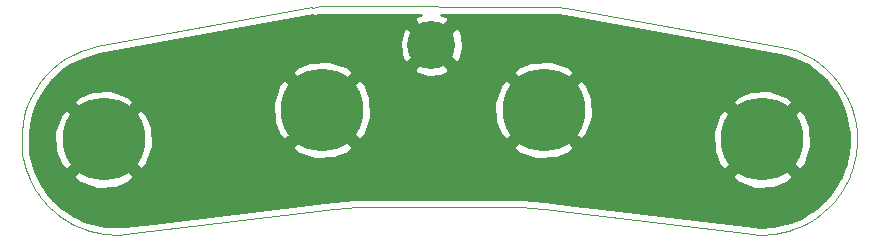
<source format=gtl>
G04 (created by PCBNEW (2013-07-07 BZR 4022)-stable) date 17/04/2014 10:18:20*
%MOIN*%
G04 Gerber Fmt 3.4, Leading zero omitted, Abs format*
%FSLAX34Y34*%
G01*
G70*
G90*
G04 APERTURE LIST*
%ADD10C,0.00590551*%
%ADD11C,0.00393701*%
%ADD12C,0.275591*%
%ADD13C,0.16*%
%ADD14C,0.01*%
G04 APERTURE END LIST*
G54D10*
G54D11*
X8421Y-2259D02*
X13940Y-2263D01*
X7234Y4429D02*
X6944Y4393D01*
X15118Y4419D02*
X7234Y4429D01*
X6943Y4394D02*
X-221Y3095D01*
X-221Y3095D02*
X-536Y3016D01*
X-536Y3016D02*
X-772Y2937D01*
X-772Y2937D02*
X-1008Y2819D01*
X-1008Y2819D02*
X-1245Y2701D01*
X-1245Y2701D02*
X-1481Y2544D01*
X-1481Y2544D02*
X-1717Y2347D01*
X-1717Y2347D02*
X-1914Y2150D01*
X-1914Y2150D02*
X-2111Y1914D01*
X-2111Y1914D02*
X-2268Y1678D01*
X-2268Y1678D02*
X-2426Y1402D01*
X-2426Y1402D02*
X-2583Y1048D01*
X-2583Y1048D02*
X-2662Y772D01*
X-2662Y772D02*
X-2701Y536D01*
X-2701Y536D02*
X-2741Y260D01*
X-2741Y260D02*
X-2741Y-211D01*
X-2741Y-211D02*
X-2731Y-388D01*
X-2731Y-388D02*
X-2711Y-516D01*
X-2711Y-516D02*
X-2691Y-634D01*
X-2691Y-634D02*
X-2662Y-772D01*
X-2662Y-772D02*
X-2632Y-880D01*
X-2632Y-880D02*
X-2583Y-1038D01*
X-2583Y-1038D02*
X-2534Y-1166D01*
X-2534Y-1166D02*
X-2504Y-1235D01*
X-2504Y-1235D02*
X-2445Y-1373D01*
X-2445Y-1373D02*
X-2367Y-1520D01*
X-2367Y-1520D02*
X-2317Y-1609D01*
X-2317Y-1609D02*
X-2258Y-1707D01*
X-2258Y-1707D02*
X-2189Y-1806D01*
X-2189Y-1806D02*
X-2150Y-1865D01*
X-2150Y-1865D02*
X-2091Y-1943D01*
X-2091Y-1943D02*
X-2002Y-2062D01*
X-2002Y-2062D02*
X-1875Y-2199D01*
X-1875Y-2199D02*
X-1776Y-2298D01*
X-1776Y-2298D02*
X-1668Y-2396D01*
X-1668Y-2396D02*
X-1560Y-2495D01*
X-1560Y-2495D02*
X-1392Y-2613D01*
X-1392Y-2613D02*
X-1274Y-2691D01*
X-1274Y-2691D02*
X-1126Y-2780D01*
X-1126Y-2780D02*
X-989Y-2849D01*
X-989Y-2849D02*
X-812Y-2928D01*
X-812Y-2928D02*
X-634Y-2997D01*
X-634Y-2997D02*
X-477Y-3046D01*
X-477Y-3046D02*
X-290Y-3095D01*
X-290Y-3095D02*
X-142Y-3125D01*
X-142Y-3125D02*
X-4Y-3144D01*
X-4Y-3144D02*
X162Y-3164D01*
X162Y-3164D02*
X329Y-3174D01*
X329Y-3174D02*
X536Y-3174D01*
X536Y-3174D02*
X703Y-3164D01*
X703Y-3164D02*
X7682Y-2327D01*
X7682Y-2327D02*
X8075Y-2278D01*
X8075Y-2278D02*
X8420Y-2258D01*
X15423Y4389D02*
X15118Y4419D01*
X14281Y-2283D02*
X13937Y-2263D01*
X14675Y-2332D02*
X14281Y-2283D01*
X21653Y-3169D02*
X14675Y-2332D01*
X21820Y-3179D02*
X21653Y-3169D01*
X22027Y-3179D02*
X21820Y-3179D01*
X22194Y-3169D02*
X22027Y-3179D01*
X22362Y-3149D02*
X22194Y-3169D01*
X22500Y-3129D02*
X22362Y-3149D01*
X22647Y-3100D02*
X22500Y-3129D01*
X22834Y-3051D02*
X22647Y-3100D01*
X22992Y-3001D02*
X22834Y-3051D01*
X23169Y-2933D02*
X22992Y-3001D01*
X23346Y-2854D02*
X23169Y-2933D01*
X23484Y-2785D02*
X23346Y-2854D01*
X23631Y-2696D02*
X23484Y-2785D01*
X23750Y-2618D02*
X23631Y-2696D01*
X23917Y-2500D02*
X23750Y-2618D01*
X24025Y-2401D02*
X23917Y-2500D01*
X24133Y-2303D02*
X24025Y-2401D01*
X24232Y-2204D02*
X24133Y-2303D01*
X24360Y-2066D02*
X24232Y-2204D01*
X24448Y-1948D02*
X24360Y-2066D01*
X24507Y-1870D02*
X24448Y-1948D01*
X24547Y-1811D02*
X24507Y-1870D01*
X24616Y-1712D02*
X24547Y-1811D01*
X24675Y-1614D02*
X24616Y-1712D01*
X24724Y-1525D02*
X24675Y-1614D01*
X24803Y-1377D02*
X24724Y-1525D01*
X24862Y-1240D02*
X24803Y-1377D01*
X24891Y-1171D02*
X24862Y-1240D01*
X24940Y-1043D02*
X24891Y-1171D01*
X24990Y-885D02*
X24940Y-1043D01*
X25019Y-777D02*
X24990Y-885D01*
X25049Y-639D02*
X25019Y-777D01*
X25068Y-521D02*
X25049Y-639D01*
X25088Y-393D02*
X25068Y-521D01*
X25098Y-216D02*
X25088Y-393D01*
X25098Y255D02*
X25098Y-216D01*
X25059Y531D02*
X25098Y255D01*
X25019Y767D02*
X25059Y531D01*
X24940Y1043D02*
X25019Y767D01*
X24783Y1397D02*
X24940Y1043D01*
X24625Y1673D02*
X24783Y1397D01*
X24468Y1909D02*
X24625Y1673D01*
X24271Y2145D02*
X24468Y1909D01*
X24074Y2342D02*
X24271Y2145D01*
X23838Y2539D02*
X24074Y2342D01*
X23602Y2696D02*
X23838Y2539D01*
X23366Y2814D02*
X23602Y2696D01*
X23129Y2933D02*
X23366Y2814D01*
X22893Y3011D02*
X23129Y2933D01*
X22578Y3090D02*
X22893Y3011D01*
X15413Y4389D02*
X22578Y3090D01*
G54D12*
X7283Y984D03*
X0Y0D03*
X14665Y984D03*
X21948Y0D03*
G54D13*
X10925Y3149D03*
G54D10*
G36*
X24828Y-210D02*
X24820Y-364D01*
X24802Y-480D01*
X24802Y-481D01*
X24784Y-589D01*
X24757Y-715D01*
X24730Y-813D01*
X24686Y-953D01*
X24641Y-1069D01*
X24614Y-1133D01*
X24614Y-1133D01*
X24559Y-1261D01*
X24486Y-1398D01*
X24486Y-1398D01*
X24440Y-1481D01*
X24389Y-1565D01*
X24326Y-1656D01*
X24325Y-1659D01*
X24322Y-1661D01*
X24287Y-1714D01*
X24233Y-1786D01*
X24232Y-1787D01*
X24152Y-1894D01*
X24038Y-2017D01*
X23948Y-2106D01*
X23844Y-2201D01*
X23844Y-2202D01*
X23747Y-2289D01*
X23598Y-2395D01*
X23591Y-2399D01*
X23591Y-240D01*
X23558Y406D01*
X23374Y850D01*
X23179Y1018D01*
X22967Y806D01*
X22967Y1230D01*
X22799Y1425D01*
X22188Y1642D01*
X21542Y1609D01*
X21098Y1425D01*
X20930Y1230D01*
X21948Y212D01*
X22967Y1230D01*
X22967Y806D01*
X22160Y0D01*
X23179Y-1018D01*
X23374Y-850D01*
X23591Y-240D01*
X23591Y-2399D01*
X23489Y-2467D01*
X23355Y-2548D01*
X23233Y-2609D01*
X23068Y-2682D01*
X22967Y-2722D01*
X22967Y-1230D01*
X21948Y-212D01*
X21736Y-424D01*
X21736Y0D01*
X20718Y1018D01*
X20523Y850D01*
X20306Y240D01*
X20339Y-406D01*
X20523Y-850D01*
X20718Y-1018D01*
X21736Y0D01*
X21736Y-424D01*
X20930Y-1230D01*
X21098Y-1425D01*
X21708Y-1642D01*
X22355Y-1609D01*
X22799Y-1425D01*
X22967Y-1230D01*
X22967Y-2722D01*
X22904Y-2746D01*
X22757Y-2792D01*
X22586Y-2837D01*
X22453Y-2864D01*
X22326Y-2882D01*
X22172Y-2900D01*
X22019Y-2909D01*
X21827Y-2909D01*
X21700Y-2901D01*
X21686Y-2897D01*
X16307Y-2255D01*
X16307Y744D01*
X16274Y1391D01*
X16090Y1834D01*
X15895Y2002D01*
X15683Y1790D01*
X15683Y2214D01*
X15515Y2409D01*
X14905Y2626D01*
X14258Y2593D01*
X13815Y2409D01*
X13646Y2214D01*
X14665Y1196D01*
X15683Y2214D01*
X15683Y1790D01*
X14877Y984D01*
X15895Y-34D01*
X16090Y133D01*
X16307Y744D01*
X16307Y-2255D01*
X15683Y-2181D01*
X15683Y-246D01*
X14665Y772D01*
X14453Y559D01*
X14453Y984D01*
X13434Y2002D01*
X13239Y1834D01*
X13022Y1224D01*
X13056Y577D01*
X13239Y133D01*
X13434Y-34D01*
X14453Y984D01*
X14453Y559D01*
X13646Y-246D01*
X13815Y-441D01*
X14425Y-658D01*
X15072Y-624D01*
X15515Y-441D01*
X15683Y-246D01*
X15683Y-2181D01*
X14709Y-2065D01*
X14708Y-2064D01*
X14314Y-2015D01*
X14305Y-2016D01*
X14297Y-2014D01*
X13967Y-1995D01*
X13940Y-1990D01*
X11990Y-1990D01*
X11990Y3048D01*
X11948Y3463D01*
X11870Y3651D01*
X11736Y3748D01*
X11137Y3149D01*
X11736Y2550D01*
X11870Y2647D01*
X11990Y3048D01*
X11990Y-1990D01*
X11524Y-1990D01*
X11524Y2338D01*
X10925Y2937D01*
X10713Y2725D01*
X10713Y3149D01*
X10114Y3748D01*
X9979Y3651D01*
X9859Y3251D01*
X9901Y2835D01*
X9979Y2647D01*
X10114Y2550D01*
X10713Y3149D01*
X10713Y2725D01*
X10326Y2338D01*
X10423Y2203D01*
X10823Y2083D01*
X11239Y2126D01*
X11426Y2203D01*
X11524Y2338D01*
X11524Y-1990D01*
X8925Y-1990D01*
X8925Y744D01*
X8892Y1391D01*
X8708Y1834D01*
X8514Y2002D01*
X8301Y1790D01*
X8301Y2214D01*
X8133Y2409D01*
X7523Y2626D01*
X6876Y2593D01*
X6433Y2409D01*
X6265Y2214D01*
X7283Y1196D01*
X8301Y2214D01*
X8301Y1790D01*
X7495Y984D01*
X8514Y-34D01*
X8708Y133D01*
X8925Y744D01*
X8925Y-1990D01*
X8421Y-1990D01*
X8416Y-1991D01*
X8404Y-1989D01*
X8301Y-1995D01*
X8301Y-246D01*
X7283Y772D01*
X7071Y559D01*
X7071Y984D01*
X6052Y2002D01*
X5857Y1834D01*
X5641Y1224D01*
X5674Y577D01*
X5857Y133D01*
X6052Y-34D01*
X7071Y984D01*
X7071Y559D01*
X6265Y-246D01*
X6433Y-441D01*
X7043Y-658D01*
X7690Y-624D01*
X8133Y-441D01*
X8301Y-246D01*
X8301Y-1995D01*
X8060Y-2009D01*
X8050Y-2011D01*
X8042Y-2011D01*
X7648Y-2060D01*
X7627Y-2067D01*
X1642Y-2780D01*
X1642Y-240D01*
X1609Y406D01*
X1425Y850D01*
X1230Y1018D01*
X1018Y806D01*
X1018Y1230D01*
X850Y1425D01*
X240Y1642D01*
X-406Y1609D01*
X-850Y1425D01*
X-1018Y1230D01*
X0Y212D01*
X1018Y1230D01*
X1018Y806D01*
X212Y0D01*
X1230Y-1018D01*
X1425Y-850D01*
X1642Y-240D01*
X1642Y-2780D01*
X1018Y-2855D01*
X1018Y-1230D01*
X0Y-212D01*
X-212Y-424D01*
X-212Y0D01*
X-1230Y1018D01*
X-1425Y850D01*
X-1642Y240D01*
X-1609Y-406D01*
X-1425Y-850D01*
X-1230Y-1018D01*
X-212Y0D01*
X-212Y-424D01*
X-1018Y-1230D01*
X-850Y-1425D01*
X-240Y-1642D01*
X406Y-1609D01*
X850Y-1425D01*
X1018Y-1230D01*
X1018Y-2855D01*
X681Y-2895D01*
X528Y-2904D01*
X336Y-2904D01*
X186Y-2895D01*
X32Y-2877D01*
X-96Y-2859D01*
X-227Y-2833D01*
X-405Y-2786D01*
X-547Y-2741D01*
X-710Y-2678D01*
X-875Y-2604D01*
X-998Y-2543D01*
X-1130Y-2463D01*
X-1238Y-2392D01*
X-1391Y-2284D01*
X-1486Y-2197D01*
X-1487Y-2197D01*
X-1590Y-2103D01*
X-1679Y-2013D01*
X-1795Y-1889D01*
X-1875Y-1782D01*
X-1875Y-1781D01*
X-1930Y-1709D01*
X-1965Y-1656D01*
X-1967Y-1654D01*
X-1969Y-1651D01*
X-2031Y-1561D01*
X-2083Y-1476D01*
X-2129Y-1393D01*
X-2129Y-1393D01*
X-2202Y-1256D01*
X-2257Y-1129D01*
X-2257Y-1128D01*
X-2285Y-1062D01*
X-2328Y-951D01*
X-2373Y-807D01*
X-2400Y-708D01*
X-2426Y-585D01*
X-2445Y-472D01*
X-2445Y-471D01*
X-2462Y-361D01*
X-2471Y-204D01*
X-2471Y241D01*
X-2435Y491D01*
X-2435Y491D01*
X-2398Y714D01*
X-2330Y954D01*
X-2184Y1282D01*
X-2041Y1533D01*
X-1894Y1753D01*
X-1715Y1968D01*
X-1535Y2148D01*
X-1319Y2328D01*
X-1109Y2467D01*
X-888Y2578D01*
X-888Y2578D01*
X-670Y2687D01*
X-459Y2758D01*
X-161Y2832D01*
X6963Y4127D01*
X6977Y4126D01*
X7249Y4159D01*
X10564Y4153D01*
X10423Y4095D01*
X10326Y3960D01*
X10925Y3361D01*
X11524Y3960D01*
X11426Y4095D01*
X11236Y4152D01*
X15117Y4145D01*
X15126Y4147D01*
X15364Y4124D01*
X15365Y4124D01*
X22530Y2822D01*
X22539Y2822D01*
X22815Y2753D01*
X23025Y2683D01*
X23245Y2573D01*
X23246Y2573D01*
X23467Y2462D01*
X23677Y2322D01*
X23892Y2143D01*
X24072Y1963D01*
X24252Y1747D01*
X24396Y1532D01*
X24543Y1273D01*
X24686Y952D01*
X24756Y706D01*
X24792Y493D01*
X24792Y493D01*
X24828Y235D01*
X24828Y-210D01*
X24828Y-210D01*
G37*
G54D14*
X24828Y-210D02*
X24820Y-364D01*
X24802Y-480D01*
X24802Y-481D01*
X24784Y-589D01*
X24757Y-715D01*
X24730Y-813D01*
X24686Y-953D01*
X24641Y-1069D01*
X24614Y-1133D01*
X24614Y-1133D01*
X24559Y-1261D01*
X24486Y-1398D01*
X24486Y-1398D01*
X24440Y-1481D01*
X24389Y-1565D01*
X24326Y-1656D01*
X24325Y-1659D01*
X24322Y-1661D01*
X24287Y-1714D01*
X24233Y-1786D01*
X24232Y-1787D01*
X24152Y-1894D01*
X24038Y-2017D01*
X23948Y-2106D01*
X23844Y-2201D01*
X23844Y-2202D01*
X23747Y-2289D01*
X23598Y-2395D01*
X23591Y-2399D01*
X23591Y-240D01*
X23558Y406D01*
X23374Y850D01*
X23179Y1018D01*
X22967Y806D01*
X22967Y1230D01*
X22799Y1425D01*
X22188Y1642D01*
X21542Y1609D01*
X21098Y1425D01*
X20930Y1230D01*
X21948Y212D01*
X22967Y1230D01*
X22967Y806D01*
X22160Y0D01*
X23179Y-1018D01*
X23374Y-850D01*
X23591Y-240D01*
X23591Y-2399D01*
X23489Y-2467D01*
X23355Y-2548D01*
X23233Y-2609D01*
X23068Y-2682D01*
X22967Y-2722D01*
X22967Y-1230D01*
X21948Y-212D01*
X21736Y-424D01*
X21736Y0D01*
X20718Y1018D01*
X20523Y850D01*
X20306Y240D01*
X20339Y-406D01*
X20523Y-850D01*
X20718Y-1018D01*
X21736Y0D01*
X21736Y-424D01*
X20930Y-1230D01*
X21098Y-1425D01*
X21708Y-1642D01*
X22355Y-1609D01*
X22799Y-1425D01*
X22967Y-1230D01*
X22967Y-2722D01*
X22904Y-2746D01*
X22757Y-2792D01*
X22586Y-2837D01*
X22453Y-2864D01*
X22326Y-2882D01*
X22172Y-2900D01*
X22019Y-2909D01*
X21827Y-2909D01*
X21700Y-2901D01*
X21686Y-2897D01*
X16307Y-2255D01*
X16307Y744D01*
X16274Y1391D01*
X16090Y1834D01*
X15895Y2002D01*
X15683Y1790D01*
X15683Y2214D01*
X15515Y2409D01*
X14905Y2626D01*
X14258Y2593D01*
X13815Y2409D01*
X13646Y2214D01*
X14665Y1196D01*
X15683Y2214D01*
X15683Y1790D01*
X14877Y984D01*
X15895Y-34D01*
X16090Y133D01*
X16307Y744D01*
X16307Y-2255D01*
X15683Y-2181D01*
X15683Y-246D01*
X14665Y772D01*
X14453Y559D01*
X14453Y984D01*
X13434Y2002D01*
X13239Y1834D01*
X13022Y1224D01*
X13056Y577D01*
X13239Y133D01*
X13434Y-34D01*
X14453Y984D01*
X14453Y559D01*
X13646Y-246D01*
X13815Y-441D01*
X14425Y-658D01*
X15072Y-624D01*
X15515Y-441D01*
X15683Y-246D01*
X15683Y-2181D01*
X14709Y-2065D01*
X14708Y-2064D01*
X14314Y-2015D01*
X14305Y-2016D01*
X14297Y-2014D01*
X13967Y-1995D01*
X13940Y-1990D01*
X11990Y-1990D01*
X11990Y3048D01*
X11948Y3463D01*
X11870Y3651D01*
X11736Y3748D01*
X11137Y3149D01*
X11736Y2550D01*
X11870Y2647D01*
X11990Y3048D01*
X11990Y-1990D01*
X11524Y-1990D01*
X11524Y2338D01*
X10925Y2937D01*
X10713Y2725D01*
X10713Y3149D01*
X10114Y3748D01*
X9979Y3651D01*
X9859Y3251D01*
X9901Y2835D01*
X9979Y2647D01*
X10114Y2550D01*
X10713Y3149D01*
X10713Y2725D01*
X10326Y2338D01*
X10423Y2203D01*
X10823Y2083D01*
X11239Y2126D01*
X11426Y2203D01*
X11524Y2338D01*
X11524Y-1990D01*
X8925Y-1990D01*
X8925Y744D01*
X8892Y1391D01*
X8708Y1834D01*
X8514Y2002D01*
X8301Y1790D01*
X8301Y2214D01*
X8133Y2409D01*
X7523Y2626D01*
X6876Y2593D01*
X6433Y2409D01*
X6265Y2214D01*
X7283Y1196D01*
X8301Y2214D01*
X8301Y1790D01*
X7495Y984D01*
X8514Y-34D01*
X8708Y133D01*
X8925Y744D01*
X8925Y-1990D01*
X8421Y-1990D01*
X8416Y-1991D01*
X8404Y-1989D01*
X8301Y-1995D01*
X8301Y-246D01*
X7283Y772D01*
X7071Y559D01*
X7071Y984D01*
X6052Y2002D01*
X5857Y1834D01*
X5641Y1224D01*
X5674Y577D01*
X5857Y133D01*
X6052Y-34D01*
X7071Y984D01*
X7071Y559D01*
X6265Y-246D01*
X6433Y-441D01*
X7043Y-658D01*
X7690Y-624D01*
X8133Y-441D01*
X8301Y-246D01*
X8301Y-1995D01*
X8060Y-2009D01*
X8050Y-2011D01*
X8042Y-2011D01*
X7648Y-2060D01*
X7627Y-2067D01*
X1642Y-2780D01*
X1642Y-240D01*
X1609Y406D01*
X1425Y850D01*
X1230Y1018D01*
X1018Y806D01*
X1018Y1230D01*
X850Y1425D01*
X240Y1642D01*
X-406Y1609D01*
X-850Y1425D01*
X-1018Y1230D01*
X0Y212D01*
X1018Y1230D01*
X1018Y806D01*
X212Y0D01*
X1230Y-1018D01*
X1425Y-850D01*
X1642Y-240D01*
X1642Y-2780D01*
X1018Y-2855D01*
X1018Y-1230D01*
X0Y-212D01*
X-212Y-424D01*
X-212Y0D01*
X-1230Y1018D01*
X-1425Y850D01*
X-1642Y240D01*
X-1609Y-406D01*
X-1425Y-850D01*
X-1230Y-1018D01*
X-212Y0D01*
X-212Y-424D01*
X-1018Y-1230D01*
X-850Y-1425D01*
X-240Y-1642D01*
X406Y-1609D01*
X850Y-1425D01*
X1018Y-1230D01*
X1018Y-2855D01*
X681Y-2895D01*
X528Y-2904D01*
X336Y-2904D01*
X186Y-2895D01*
X32Y-2877D01*
X-96Y-2859D01*
X-227Y-2833D01*
X-405Y-2786D01*
X-547Y-2741D01*
X-710Y-2678D01*
X-875Y-2604D01*
X-998Y-2543D01*
X-1130Y-2463D01*
X-1238Y-2392D01*
X-1391Y-2284D01*
X-1486Y-2197D01*
X-1487Y-2197D01*
X-1590Y-2103D01*
X-1679Y-2013D01*
X-1795Y-1889D01*
X-1875Y-1782D01*
X-1875Y-1781D01*
X-1930Y-1709D01*
X-1965Y-1656D01*
X-1967Y-1654D01*
X-1969Y-1651D01*
X-2031Y-1561D01*
X-2083Y-1476D01*
X-2129Y-1393D01*
X-2129Y-1393D01*
X-2202Y-1256D01*
X-2257Y-1129D01*
X-2257Y-1128D01*
X-2285Y-1062D01*
X-2328Y-951D01*
X-2373Y-807D01*
X-2400Y-708D01*
X-2426Y-585D01*
X-2445Y-472D01*
X-2445Y-471D01*
X-2462Y-361D01*
X-2471Y-204D01*
X-2471Y241D01*
X-2435Y491D01*
X-2435Y491D01*
X-2398Y714D01*
X-2330Y954D01*
X-2184Y1282D01*
X-2041Y1533D01*
X-1894Y1753D01*
X-1715Y1968D01*
X-1535Y2148D01*
X-1319Y2328D01*
X-1109Y2467D01*
X-888Y2578D01*
X-888Y2578D01*
X-670Y2687D01*
X-459Y2758D01*
X-161Y2832D01*
X6963Y4127D01*
X6977Y4126D01*
X7249Y4159D01*
X10564Y4153D01*
X10423Y4095D01*
X10326Y3960D01*
X10925Y3361D01*
X11524Y3960D01*
X11426Y4095D01*
X11236Y4152D01*
X15117Y4145D01*
X15126Y4147D01*
X15364Y4124D01*
X15365Y4124D01*
X22530Y2822D01*
X22539Y2822D01*
X22815Y2753D01*
X23025Y2683D01*
X23245Y2573D01*
X23246Y2573D01*
X23467Y2462D01*
X23677Y2322D01*
X23892Y2143D01*
X24072Y1963D01*
X24252Y1747D01*
X24396Y1532D01*
X24543Y1273D01*
X24686Y952D01*
X24756Y706D01*
X24792Y493D01*
X24792Y493D01*
X24828Y235D01*
X24828Y-210D01*
M02*

</source>
